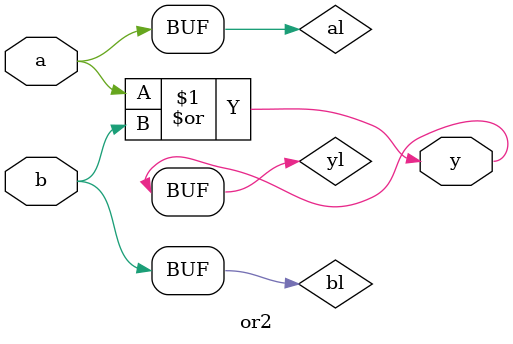
<source format=v>

`timescale 1 ns / 1 ns

`celldefine
module and2 (input a, b,
             output y);

    buf (al, a);
    buf (bl, b);
    and (yl, al, bl);
    buf (y, yl);

    specify
        specparam t_rise = 1:1:1, t_fall = 1:1:1;
        (a => y) = (t_rise, t_fall);
        (b => y) = (t_rise, t_fall);
    endspecify

endmodule
`endcelldefine

///////////////////////////////////////////////////
// or2 cell:
//     This cell will be seen as a primitive since
//     it uses the `celldefine compiler directive.
///////////////////////////////////////////////////
`celldefine
module or2 (input a, b,
            output y);

    buf (al, a);
    buf (bl, b);
    or (yl, al, bl);
    buf (y, yl);

    specify
        specparam t_rise = 1:1:1, t_fall = 1:1:1;
        (a => y) = (t_rise, t_fall);
        (b => y) = (t_rise, t_fall);
    endspecify

endmodule
`endcelldefine

</source>
